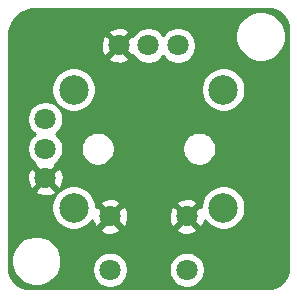
<source format=gbl>
%TF.GenerationSoftware,KiCad,Pcbnew,(5.1.6)-1*%
%TF.CreationDate,2020-06-08T02:26:39-04:00*%
%TF.ProjectId,ANALOG_STICK_BREAKOUT,414e414c-4f47-45f5-9354-49434b5f4252,rev?*%
%TF.SameCoordinates,Original*%
%TF.FileFunction,Copper,L2,Bot*%
%TF.FilePolarity,Positive*%
%FSLAX46Y46*%
G04 Gerber Fmt 4.6, Leading zero omitted, Abs format (unit mm)*
G04 Created by KiCad (PCBNEW (5.1.6)-1) date 2020-06-08 02:26:39*
%MOMM*%
%LPD*%
G01*
G04 APERTURE LIST*
%TA.AperFunction,ComponentPad*%
%ADD10C,2.500000*%
%TD*%
%TA.AperFunction,ComponentPad*%
%ADD11C,1.800000*%
%TD*%
%TA.AperFunction,Conductor*%
%ADD12C,0.254000*%
%TD*%
G04 APERTURE END LIST*
D10*
%TO.P,JOY1,MNT1*%
%TO.N,N/C*%
X116325000Y-90000000D03*
X103675000Y-80000000D03*
X116325000Y-80000000D03*
X103675000Y-90000000D03*
D11*
%TO.P,JOY1,d*%
%TO.N,Net-(J5-Pad1)*%
X106750000Y-95250000D03*
%TO.P,JOY1,b*%
X113250000Y-95250000D03*
%TO.P,JOY1,a*%
%TO.N,GND*%
X113250000Y-90750000D03*
%TO.P,JOY1,c*%
X106750000Y-90750000D03*
%TO.P,JOY1,5*%
%TO.N,Net-(J3-Pad1)*%
X110000000Y-76270000D03*
%TO.P,JOY1,4*%
%TO.N,GND*%
X107500000Y-76270000D03*
%TO.P,JOY1,6*%
%TO.N,VCC*%
X112500000Y-76270000D03*
%TO.P,JOY1,3*%
X101270000Y-82500000D03*
%TO.P,JOY1,2*%
%TO.N,Net-(J4-Pad1)*%
X101270000Y-85000000D03*
%TO.P,JOY1,1*%
%TO.N,GND*%
X101270000Y-87500000D03*
%TD*%
D12*
%TO.N,GND*%
G36*
X120356775Y-73198147D02*
G01*
X120699967Y-73301763D01*
X121016489Y-73470062D01*
X121294299Y-73696637D01*
X121522806Y-73972856D01*
X121693310Y-74288197D01*
X121799319Y-74630656D01*
X121840000Y-75017712D01*
X121840001Y-94967711D01*
X121801853Y-95356776D01*
X121698238Y-95699964D01*
X121529939Y-96016489D01*
X121303365Y-96294296D01*
X121027146Y-96522805D01*
X120711803Y-96693310D01*
X120369344Y-96799319D01*
X119982288Y-96840000D01*
X100032279Y-96840000D01*
X99643224Y-96801853D01*
X99300036Y-96698238D01*
X98983511Y-96529939D01*
X98705704Y-96303365D01*
X98477195Y-96027146D01*
X98306690Y-95711803D01*
X98200681Y-95369344D01*
X98160000Y-94982288D01*
X98160000Y-94289721D01*
X98365000Y-94289721D01*
X98365000Y-94710279D01*
X98447047Y-95122756D01*
X98607988Y-95511302D01*
X98841637Y-95860983D01*
X99139017Y-96158363D01*
X99488698Y-96392012D01*
X99877244Y-96552953D01*
X100289721Y-96635000D01*
X100710279Y-96635000D01*
X101122756Y-96552953D01*
X101511302Y-96392012D01*
X101860983Y-96158363D01*
X102158363Y-95860983D01*
X102392012Y-95511302D01*
X102552953Y-95122756D01*
X102557714Y-95098816D01*
X105215000Y-95098816D01*
X105215000Y-95401184D01*
X105273989Y-95697743D01*
X105389701Y-95977095D01*
X105557688Y-96228505D01*
X105771495Y-96442312D01*
X106022905Y-96610299D01*
X106302257Y-96726011D01*
X106598816Y-96785000D01*
X106901184Y-96785000D01*
X107197743Y-96726011D01*
X107477095Y-96610299D01*
X107728505Y-96442312D01*
X107942312Y-96228505D01*
X108110299Y-95977095D01*
X108226011Y-95697743D01*
X108285000Y-95401184D01*
X108285000Y-95098816D01*
X111715000Y-95098816D01*
X111715000Y-95401184D01*
X111773989Y-95697743D01*
X111889701Y-95977095D01*
X112057688Y-96228505D01*
X112271495Y-96442312D01*
X112522905Y-96610299D01*
X112802257Y-96726011D01*
X113098816Y-96785000D01*
X113401184Y-96785000D01*
X113697743Y-96726011D01*
X113977095Y-96610299D01*
X114228505Y-96442312D01*
X114442312Y-96228505D01*
X114610299Y-95977095D01*
X114726011Y-95697743D01*
X114785000Y-95401184D01*
X114785000Y-95098816D01*
X114726011Y-94802257D01*
X114610299Y-94522905D01*
X114442312Y-94271495D01*
X114228505Y-94057688D01*
X113977095Y-93889701D01*
X113697743Y-93773989D01*
X113401184Y-93715000D01*
X113098816Y-93715000D01*
X112802257Y-93773989D01*
X112522905Y-93889701D01*
X112271495Y-94057688D01*
X112057688Y-94271495D01*
X111889701Y-94522905D01*
X111773989Y-94802257D01*
X111715000Y-95098816D01*
X108285000Y-95098816D01*
X108226011Y-94802257D01*
X108110299Y-94522905D01*
X107942312Y-94271495D01*
X107728505Y-94057688D01*
X107477095Y-93889701D01*
X107197743Y-93773989D01*
X106901184Y-93715000D01*
X106598816Y-93715000D01*
X106302257Y-93773989D01*
X106022905Y-93889701D01*
X105771495Y-94057688D01*
X105557688Y-94271495D01*
X105389701Y-94522905D01*
X105273989Y-94802257D01*
X105215000Y-95098816D01*
X102557714Y-95098816D01*
X102635000Y-94710279D01*
X102635000Y-94289721D01*
X102552953Y-93877244D01*
X102392012Y-93488698D01*
X102158363Y-93139017D01*
X101860983Y-92841637D01*
X101511302Y-92607988D01*
X101122756Y-92447047D01*
X100710279Y-92365000D01*
X100289721Y-92365000D01*
X99877244Y-92447047D01*
X99488698Y-92607988D01*
X99139017Y-92841637D01*
X98841637Y-93139017D01*
X98607988Y-93488698D01*
X98447047Y-93877244D01*
X98365000Y-94289721D01*
X98160000Y-94289721D01*
X98160000Y-89814344D01*
X101790000Y-89814344D01*
X101790000Y-90185656D01*
X101862439Y-90549834D01*
X102004534Y-90892882D01*
X102210825Y-91201618D01*
X102473382Y-91464175D01*
X102782118Y-91670466D01*
X103125166Y-91812561D01*
X103489344Y-91885000D01*
X103860656Y-91885000D01*
X104217197Y-91814080D01*
X105865525Y-91814080D01*
X105949208Y-92068261D01*
X106221775Y-92199158D01*
X106514642Y-92274365D01*
X106816553Y-92290991D01*
X107115907Y-92248397D01*
X107401199Y-92148222D01*
X107550792Y-92068261D01*
X107634475Y-91814080D01*
X112365525Y-91814080D01*
X112449208Y-92068261D01*
X112721775Y-92199158D01*
X113014642Y-92274365D01*
X113316553Y-92290991D01*
X113615907Y-92248397D01*
X113901199Y-92148222D01*
X114050792Y-92068261D01*
X114134475Y-91814080D01*
X113250000Y-90929605D01*
X112365525Y-91814080D01*
X107634475Y-91814080D01*
X106750000Y-90929605D01*
X105865525Y-91814080D01*
X104217197Y-91814080D01*
X104224834Y-91812561D01*
X104567882Y-91670466D01*
X104876618Y-91464175D01*
X105139175Y-91201618D01*
X105241919Y-91047850D01*
X105251603Y-91115907D01*
X105351778Y-91401199D01*
X105431739Y-91550792D01*
X105685920Y-91634475D01*
X106570395Y-90750000D01*
X106929605Y-90750000D01*
X107814080Y-91634475D01*
X108068261Y-91550792D01*
X108199158Y-91278225D01*
X108274365Y-90985358D01*
X108283660Y-90816553D01*
X111709009Y-90816553D01*
X111751603Y-91115907D01*
X111851778Y-91401199D01*
X111931739Y-91550792D01*
X112185920Y-91634475D01*
X113070395Y-90750000D01*
X113429605Y-90750000D01*
X114314080Y-91634475D01*
X114568261Y-91550792D01*
X114699158Y-91278225D01*
X114758252Y-91048106D01*
X114860825Y-91201618D01*
X115123382Y-91464175D01*
X115432118Y-91670466D01*
X115775166Y-91812561D01*
X116139344Y-91885000D01*
X116510656Y-91885000D01*
X116874834Y-91812561D01*
X117217882Y-91670466D01*
X117526618Y-91464175D01*
X117789175Y-91201618D01*
X117995466Y-90892882D01*
X118137561Y-90549834D01*
X118210000Y-90185656D01*
X118210000Y-89814344D01*
X118137561Y-89450166D01*
X117995466Y-89107118D01*
X117789175Y-88798382D01*
X117526618Y-88535825D01*
X117217882Y-88329534D01*
X116874834Y-88187439D01*
X116510656Y-88115000D01*
X116139344Y-88115000D01*
X115775166Y-88187439D01*
X115432118Y-88329534D01*
X115123382Y-88535825D01*
X114860825Y-88798382D01*
X114654534Y-89107118D01*
X114512439Y-89450166D01*
X114440000Y-89814344D01*
X114440000Y-89906981D01*
X114314080Y-89865525D01*
X113429605Y-90750000D01*
X113070395Y-90750000D01*
X112185920Y-89865525D01*
X111931739Y-89949208D01*
X111800842Y-90221775D01*
X111725635Y-90514642D01*
X111709009Y-90816553D01*
X108283660Y-90816553D01*
X108290991Y-90683447D01*
X108248397Y-90384093D01*
X108148222Y-90098801D01*
X108068261Y-89949208D01*
X107814080Y-89865525D01*
X106929605Y-90750000D01*
X106570395Y-90750000D01*
X105685920Y-89865525D01*
X105560000Y-89906981D01*
X105560000Y-89814344D01*
X105534456Y-89685920D01*
X105865525Y-89685920D01*
X106750000Y-90570395D01*
X107634475Y-89685920D01*
X112365525Y-89685920D01*
X113250000Y-90570395D01*
X114134475Y-89685920D01*
X114050792Y-89431739D01*
X113778225Y-89300842D01*
X113485358Y-89225635D01*
X113183447Y-89209009D01*
X112884093Y-89251603D01*
X112598801Y-89351778D01*
X112449208Y-89431739D01*
X112365525Y-89685920D01*
X107634475Y-89685920D01*
X107550792Y-89431739D01*
X107278225Y-89300842D01*
X106985358Y-89225635D01*
X106683447Y-89209009D01*
X106384093Y-89251603D01*
X106098801Y-89351778D01*
X105949208Y-89431739D01*
X105865525Y-89685920D01*
X105534456Y-89685920D01*
X105487561Y-89450166D01*
X105345466Y-89107118D01*
X105139175Y-88798382D01*
X104876618Y-88535825D01*
X104567882Y-88329534D01*
X104224834Y-88187439D01*
X103860656Y-88115000D01*
X103489344Y-88115000D01*
X103125166Y-88187439D01*
X102782118Y-88329534D01*
X102473382Y-88535825D01*
X102210825Y-88798382D01*
X102004534Y-89107118D01*
X101862439Y-89450166D01*
X101790000Y-89814344D01*
X98160000Y-89814344D01*
X98160000Y-88564080D01*
X100385525Y-88564080D01*
X100469208Y-88818261D01*
X100741775Y-88949158D01*
X101034642Y-89024365D01*
X101336553Y-89040991D01*
X101635907Y-88998397D01*
X101921199Y-88898222D01*
X102070792Y-88818261D01*
X102154475Y-88564080D01*
X101270000Y-87679605D01*
X100385525Y-88564080D01*
X98160000Y-88564080D01*
X98160000Y-87566553D01*
X99729009Y-87566553D01*
X99771603Y-87865907D01*
X99871778Y-88151199D01*
X99951739Y-88300792D01*
X100205920Y-88384475D01*
X101090395Y-87500000D01*
X101449605Y-87500000D01*
X102334080Y-88384475D01*
X102588261Y-88300792D01*
X102719158Y-88028225D01*
X102794365Y-87735358D01*
X102810991Y-87433447D01*
X102768397Y-87134093D01*
X102668222Y-86848801D01*
X102588261Y-86699208D01*
X102334080Y-86615525D01*
X101449605Y-87500000D01*
X101090395Y-87500000D01*
X100205920Y-86615525D01*
X99951739Y-86699208D01*
X99820842Y-86971775D01*
X99745635Y-87264642D01*
X99729009Y-87566553D01*
X98160000Y-87566553D01*
X98160000Y-82348816D01*
X99735000Y-82348816D01*
X99735000Y-82651184D01*
X99793989Y-82947743D01*
X99909701Y-83227095D01*
X100077688Y-83478505D01*
X100291495Y-83692312D01*
X100377831Y-83750000D01*
X100291495Y-83807688D01*
X100077688Y-84021495D01*
X99909701Y-84272905D01*
X99793989Y-84552257D01*
X99735000Y-84848816D01*
X99735000Y-85151184D01*
X99793989Y-85447743D01*
X99909701Y-85727095D01*
X100077688Y-85978505D01*
X100291495Y-86192312D01*
X100434310Y-86287738D01*
X100385525Y-86435920D01*
X101270000Y-87320395D01*
X102154475Y-86435920D01*
X102105690Y-86287738D01*
X102248505Y-86192312D01*
X102462312Y-85978505D01*
X102630299Y-85727095D01*
X102746011Y-85447743D01*
X102805000Y-85151184D01*
X102805000Y-84858665D01*
X104265000Y-84858665D01*
X104265000Y-85141335D01*
X104320147Y-85418574D01*
X104428320Y-85679727D01*
X104585363Y-85914759D01*
X104785241Y-86114637D01*
X105020273Y-86271680D01*
X105281426Y-86379853D01*
X105558665Y-86435000D01*
X105841335Y-86435000D01*
X106118574Y-86379853D01*
X106379727Y-86271680D01*
X106614759Y-86114637D01*
X106814637Y-85914759D01*
X106971680Y-85679727D01*
X107079853Y-85418574D01*
X107135000Y-85141335D01*
X107135000Y-84858665D01*
X112865000Y-84858665D01*
X112865000Y-85141335D01*
X112920147Y-85418574D01*
X113028320Y-85679727D01*
X113185363Y-85914759D01*
X113385241Y-86114637D01*
X113620273Y-86271680D01*
X113881426Y-86379853D01*
X114158665Y-86435000D01*
X114441335Y-86435000D01*
X114718574Y-86379853D01*
X114979727Y-86271680D01*
X115214759Y-86114637D01*
X115414637Y-85914759D01*
X115571680Y-85679727D01*
X115679853Y-85418574D01*
X115735000Y-85141335D01*
X115735000Y-84858665D01*
X115679853Y-84581426D01*
X115571680Y-84320273D01*
X115414637Y-84085241D01*
X115214759Y-83885363D01*
X114979727Y-83728320D01*
X114718574Y-83620147D01*
X114441335Y-83565000D01*
X114158665Y-83565000D01*
X113881426Y-83620147D01*
X113620273Y-83728320D01*
X113385241Y-83885363D01*
X113185363Y-84085241D01*
X113028320Y-84320273D01*
X112920147Y-84581426D01*
X112865000Y-84858665D01*
X107135000Y-84858665D01*
X107079853Y-84581426D01*
X106971680Y-84320273D01*
X106814637Y-84085241D01*
X106614759Y-83885363D01*
X106379727Y-83728320D01*
X106118574Y-83620147D01*
X105841335Y-83565000D01*
X105558665Y-83565000D01*
X105281426Y-83620147D01*
X105020273Y-83728320D01*
X104785241Y-83885363D01*
X104585363Y-84085241D01*
X104428320Y-84320273D01*
X104320147Y-84581426D01*
X104265000Y-84858665D01*
X102805000Y-84858665D01*
X102805000Y-84848816D01*
X102746011Y-84552257D01*
X102630299Y-84272905D01*
X102462312Y-84021495D01*
X102248505Y-83807688D01*
X102162169Y-83750000D01*
X102248505Y-83692312D01*
X102462312Y-83478505D01*
X102630299Y-83227095D01*
X102746011Y-82947743D01*
X102805000Y-82651184D01*
X102805000Y-82348816D01*
X102746011Y-82052257D01*
X102630299Y-81772905D01*
X102462312Y-81521495D01*
X102248505Y-81307688D01*
X101997095Y-81139701D01*
X101717743Y-81023989D01*
X101421184Y-80965000D01*
X101118816Y-80965000D01*
X100822257Y-81023989D01*
X100542905Y-81139701D01*
X100291495Y-81307688D01*
X100077688Y-81521495D01*
X99909701Y-81772905D01*
X99793989Y-82052257D01*
X99735000Y-82348816D01*
X98160000Y-82348816D01*
X98160000Y-79814344D01*
X101790000Y-79814344D01*
X101790000Y-80185656D01*
X101862439Y-80549834D01*
X102004534Y-80892882D01*
X102210825Y-81201618D01*
X102473382Y-81464175D01*
X102782118Y-81670466D01*
X103125166Y-81812561D01*
X103489344Y-81885000D01*
X103860656Y-81885000D01*
X104224834Y-81812561D01*
X104567882Y-81670466D01*
X104876618Y-81464175D01*
X105139175Y-81201618D01*
X105345466Y-80892882D01*
X105487561Y-80549834D01*
X105560000Y-80185656D01*
X105560000Y-79814344D01*
X114440000Y-79814344D01*
X114440000Y-80185656D01*
X114512439Y-80549834D01*
X114654534Y-80892882D01*
X114860825Y-81201618D01*
X115123382Y-81464175D01*
X115432118Y-81670466D01*
X115775166Y-81812561D01*
X116139344Y-81885000D01*
X116510656Y-81885000D01*
X116874834Y-81812561D01*
X117217882Y-81670466D01*
X117526618Y-81464175D01*
X117789175Y-81201618D01*
X117995466Y-80892882D01*
X118137561Y-80549834D01*
X118210000Y-80185656D01*
X118210000Y-79814344D01*
X118137561Y-79450166D01*
X117995466Y-79107118D01*
X117789175Y-78798382D01*
X117526618Y-78535825D01*
X117217882Y-78329534D01*
X116874834Y-78187439D01*
X116510656Y-78115000D01*
X116139344Y-78115000D01*
X115775166Y-78187439D01*
X115432118Y-78329534D01*
X115123382Y-78535825D01*
X114860825Y-78798382D01*
X114654534Y-79107118D01*
X114512439Y-79450166D01*
X114440000Y-79814344D01*
X105560000Y-79814344D01*
X105487561Y-79450166D01*
X105345466Y-79107118D01*
X105139175Y-78798382D01*
X104876618Y-78535825D01*
X104567882Y-78329534D01*
X104224834Y-78187439D01*
X103860656Y-78115000D01*
X103489344Y-78115000D01*
X103125166Y-78187439D01*
X102782118Y-78329534D01*
X102473382Y-78535825D01*
X102210825Y-78798382D01*
X102004534Y-79107118D01*
X101862439Y-79450166D01*
X101790000Y-79814344D01*
X98160000Y-79814344D01*
X98160000Y-77334080D01*
X106615525Y-77334080D01*
X106699208Y-77588261D01*
X106971775Y-77719158D01*
X107264642Y-77794365D01*
X107566553Y-77810991D01*
X107865907Y-77768397D01*
X108151199Y-77668222D01*
X108300792Y-77588261D01*
X108384475Y-77334080D01*
X107500000Y-76449605D01*
X106615525Y-77334080D01*
X98160000Y-77334080D01*
X98160000Y-76336553D01*
X105959009Y-76336553D01*
X106001603Y-76635907D01*
X106101778Y-76921199D01*
X106181739Y-77070792D01*
X106435920Y-77154475D01*
X107320395Y-76270000D01*
X107679605Y-76270000D01*
X108564080Y-77154475D01*
X108712262Y-77105690D01*
X108807688Y-77248505D01*
X109021495Y-77462312D01*
X109272905Y-77630299D01*
X109552257Y-77746011D01*
X109848816Y-77805000D01*
X110151184Y-77805000D01*
X110447743Y-77746011D01*
X110727095Y-77630299D01*
X110978505Y-77462312D01*
X111192312Y-77248505D01*
X111250000Y-77162169D01*
X111307688Y-77248505D01*
X111521495Y-77462312D01*
X111772905Y-77630299D01*
X112052257Y-77746011D01*
X112348816Y-77805000D01*
X112651184Y-77805000D01*
X112947743Y-77746011D01*
X113227095Y-77630299D01*
X113478505Y-77462312D01*
X113692312Y-77248505D01*
X113860299Y-76997095D01*
X113976011Y-76717743D01*
X114035000Y-76421184D01*
X114035000Y-76118816D01*
X113976011Y-75822257D01*
X113860299Y-75542905D01*
X113692312Y-75291495D01*
X113690538Y-75289721D01*
X117365000Y-75289721D01*
X117365000Y-75710279D01*
X117447047Y-76122756D01*
X117607988Y-76511302D01*
X117841637Y-76860983D01*
X118139017Y-77158363D01*
X118488698Y-77392012D01*
X118877244Y-77552953D01*
X119289721Y-77635000D01*
X119710279Y-77635000D01*
X120122756Y-77552953D01*
X120511302Y-77392012D01*
X120860983Y-77158363D01*
X121158363Y-76860983D01*
X121392012Y-76511302D01*
X121552953Y-76122756D01*
X121635000Y-75710279D01*
X121635000Y-75289721D01*
X121552953Y-74877244D01*
X121392012Y-74488698D01*
X121158363Y-74139017D01*
X120860983Y-73841637D01*
X120511302Y-73607988D01*
X120122756Y-73447047D01*
X119710279Y-73365000D01*
X119289721Y-73365000D01*
X118877244Y-73447047D01*
X118488698Y-73607988D01*
X118139017Y-73841637D01*
X117841637Y-74139017D01*
X117607988Y-74488698D01*
X117447047Y-74877244D01*
X117365000Y-75289721D01*
X113690538Y-75289721D01*
X113478505Y-75077688D01*
X113227095Y-74909701D01*
X112947743Y-74793989D01*
X112651184Y-74735000D01*
X112348816Y-74735000D01*
X112052257Y-74793989D01*
X111772905Y-74909701D01*
X111521495Y-75077688D01*
X111307688Y-75291495D01*
X111250000Y-75377831D01*
X111192312Y-75291495D01*
X110978505Y-75077688D01*
X110727095Y-74909701D01*
X110447743Y-74793989D01*
X110151184Y-74735000D01*
X109848816Y-74735000D01*
X109552257Y-74793989D01*
X109272905Y-74909701D01*
X109021495Y-75077688D01*
X108807688Y-75291495D01*
X108712262Y-75434310D01*
X108564080Y-75385525D01*
X107679605Y-76270000D01*
X107320395Y-76270000D01*
X106435920Y-75385525D01*
X106181739Y-75469208D01*
X106050842Y-75741775D01*
X105975635Y-76034642D01*
X105959009Y-76336553D01*
X98160000Y-76336553D01*
X98160000Y-75532279D01*
X98192000Y-75205920D01*
X106615525Y-75205920D01*
X107500000Y-76090395D01*
X108384475Y-75205920D01*
X108300792Y-74951739D01*
X108028225Y-74820842D01*
X107735358Y-74745635D01*
X107433447Y-74729009D01*
X107134093Y-74771603D01*
X106848801Y-74871778D01*
X106699208Y-74951739D01*
X106615525Y-75205920D01*
X98192000Y-75205920D01*
X98207670Y-75046107D01*
X98339489Y-74609502D01*
X98553600Y-74206815D01*
X98841848Y-73853388D01*
X99193261Y-73562673D01*
X99594439Y-73345758D01*
X100030113Y-73210894D01*
X100514344Y-73160000D01*
X119967721Y-73160000D01*
X120356775Y-73198147D01*
G37*
X120356775Y-73198147D02*
X120699967Y-73301763D01*
X121016489Y-73470062D01*
X121294299Y-73696637D01*
X121522806Y-73972856D01*
X121693310Y-74288197D01*
X121799319Y-74630656D01*
X121840000Y-75017712D01*
X121840001Y-94967711D01*
X121801853Y-95356776D01*
X121698238Y-95699964D01*
X121529939Y-96016489D01*
X121303365Y-96294296D01*
X121027146Y-96522805D01*
X120711803Y-96693310D01*
X120369344Y-96799319D01*
X119982288Y-96840000D01*
X100032279Y-96840000D01*
X99643224Y-96801853D01*
X99300036Y-96698238D01*
X98983511Y-96529939D01*
X98705704Y-96303365D01*
X98477195Y-96027146D01*
X98306690Y-95711803D01*
X98200681Y-95369344D01*
X98160000Y-94982288D01*
X98160000Y-94289721D01*
X98365000Y-94289721D01*
X98365000Y-94710279D01*
X98447047Y-95122756D01*
X98607988Y-95511302D01*
X98841637Y-95860983D01*
X99139017Y-96158363D01*
X99488698Y-96392012D01*
X99877244Y-96552953D01*
X100289721Y-96635000D01*
X100710279Y-96635000D01*
X101122756Y-96552953D01*
X101511302Y-96392012D01*
X101860983Y-96158363D01*
X102158363Y-95860983D01*
X102392012Y-95511302D01*
X102552953Y-95122756D01*
X102557714Y-95098816D01*
X105215000Y-95098816D01*
X105215000Y-95401184D01*
X105273989Y-95697743D01*
X105389701Y-95977095D01*
X105557688Y-96228505D01*
X105771495Y-96442312D01*
X106022905Y-96610299D01*
X106302257Y-96726011D01*
X106598816Y-96785000D01*
X106901184Y-96785000D01*
X107197743Y-96726011D01*
X107477095Y-96610299D01*
X107728505Y-96442312D01*
X107942312Y-96228505D01*
X108110299Y-95977095D01*
X108226011Y-95697743D01*
X108285000Y-95401184D01*
X108285000Y-95098816D01*
X111715000Y-95098816D01*
X111715000Y-95401184D01*
X111773989Y-95697743D01*
X111889701Y-95977095D01*
X112057688Y-96228505D01*
X112271495Y-96442312D01*
X112522905Y-96610299D01*
X112802257Y-96726011D01*
X113098816Y-96785000D01*
X113401184Y-96785000D01*
X113697743Y-96726011D01*
X113977095Y-96610299D01*
X114228505Y-96442312D01*
X114442312Y-96228505D01*
X114610299Y-95977095D01*
X114726011Y-95697743D01*
X114785000Y-95401184D01*
X114785000Y-95098816D01*
X114726011Y-94802257D01*
X114610299Y-94522905D01*
X114442312Y-94271495D01*
X114228505Y-94057688D01*
X113977095Y-93889701D01*
X113697743Y-93773989D01*
X113401184Y-93715000D01*
X113098816Y-93715000D01*
X112802257Y-93773989D01*
X112522905Y-93889701D01*
X112271495Y-94057688D01*
X112057688Y-94271495D01*
X111889701Y-94522905D01*
X111773989Y-94802257D01*
X111715000Y-95098816D01*
X108285000Y-95098816D01*
X108226011Y-94802257D01*
X108110299Y-94522905D01*
X107942312Y-94271495D01*
X107728505Y-94057688D01*
X107477095Y-93889701D01*
X107197743Y-93773989D01*
X106901184Y-93715000D01*
X106598816Y-93715000D01*
X106302257Y-93773989D01*
X106022905Y-93889701D01*
X105771495Y-94057688D01*
X105557688Y-94271495D01*
X105389701Y-94522905D01*
X105273989Y-94802257D01*
X105215000Y-95098816D01*
X102557714Y-95098816D01*
X102635000Y-94710279D01*
X102635000Y-94289721D01*
X102552953Y-93877244D01*
X102392012Y-93488698D01*
X102158363Y-93139017D01*
X101860983Y-92841637D01*
X101511302Y-92607988D01*
X101122756Y-92447047D01*
X100710279Y-92365000D01*
X100289721Y-92365000D01*
X99877244Y-92447047D01*
X99488698Y-92607988D01*
X99139017Y-92841637D01*
X98841637Y-93139017D01*
X98607988Y-93488698D01*
X98447047Y-93877244D01*
X98365000Y-94289721D01*
X98160000Y-94289721D01*
X98160000Y-89814344D01*
X101790000Y-89814344D01*
X101790000Y-90185656D01*
X101862439Y-90549834D01*
X102004534Y-90892882D01*
X102210825Y-91201618D01*
X102473382Y-91464175D01*
X102782118Y-91670466D01*
X103125166Y-91812561D01*
X103489344Y-91885000D01*
X103860656Y-91885000D01*
X104217197Y-91814080D01*
X105865525Y-91814080D01*
X105949208Y-92068261D01*
X106221775Y-92199158D01*
X106514642Y-92274365D01*
X106816553Y-92290991D01*
X107115907Y-92248397D01*
X107401199Y-92148222D01*
X107550792Y-92068261D01*
X107634475Y-91814080D01*
X112365525Y-91814080D01*
X112449208Y-92068261D01*
X112721775Y-92199158D01*
X113014642Y-92274365D01*
X113316553Y-92290991D01*
X113615907Y-92248397D01*
X113901199Y-92148222D01*
X114050792Y-92068261D01*
X114134475Y-91814080D01*
X113250000Y-90929605D01*
X112365525Y-91814080D01*
X107634475Y-91814080D01*
X106750000Y-90929605D01*
X105865525Y-91814080D01*
X104217197Y-91814080D01*
X104224834Y-91812561D01*
X104567882Y-91670466D01*
X104876618Y-91464175D01*
X105139175Y-91201618D01*
X105241919Y-91047850D01*
X105251603Y-91115907D01*
X105351778Y-91401199D01*
X105431739Y-91550792D01*
X105685920Y-91634475D01*
X106570395Y-90750000D01*
X106929605Y-90750000D01*
X107814080Y-91634475D01*
X108068261Y-91550792D01*
X108199158Y-91278225D01*
X108274365Y-90985358D01*
X108283660Y-90816553D01*
X111709009Y-90816553D01*
X111751603Y-91115907D01*
X111851778Y-91401199D01*
X111931739Y-91550792D01*
X112185920Y-91634475D01*
X113070395Y-90750000D01*
X113429605Y-90750000D01*
X114314080Y-91634475D01*
X114568261Y-91550792D01*
X114699158Y-91278225D01*
X114758252Y-91048106D01*
X114860825Y-91201618D01*
X115123382Y-91464175D01*
X115432118Y-91670466D01*
X115775166Y-91812561D01*
X116139344Y-91885000D01*
X116510656Y-91885000D01*
X116874834Y-91812561D01*
X117217882Y-91670466D01*
X117526618Y-91464175D01*
X117789175Y-91201618D01*
X117995466Y-90892882D01*
X118137561Y-90549834D01*
X118210000Y-90185656D01*
X118210000Y-89814344D01*
X118137561Y-89450166D01*
X117995466Y-89107118D01*
X117789175Y-88798382D01*
X117526618Y-88535825D01*
X117217882Y-88329534D01*
X116874834Y-88187439D01*
X116510656Y-88115000D01*
X116139344Y-88115000D01*
X115775166Y-88187439D01*
X115432118Y-88329534D01*
X115123382Y-88535825D01*
X114860825Y-88798382D01*
X114654534Y-89107118D01*
X114512439Y-89450166D01*
X114440000Y-89814344D01*
X114440000Y-89906981D01*
X114314080Y-89865525D01*
X113429605Y-90750000D01*
X113070395Y-90750000D01*
X112185920Y-89865525D01*
X111931739Y-89949208D01*
X111800842Y-90221775D01*
X111725635Y-90514642D01*
X111709009Y-90816553D01*
X108283660Y-90816553D01*
X108290991Y-90683447D01*
X108248397Y-90384093D01*
X108148222Y-90098801D01*
X108068261Y-89949208D01*
X107814080Y-89865525D01*
X106929605Y-90750000D01*
X106570395Y-90750000D01*
X105685920Y-89865525D01*
X105560000Y-89906981D01*
X105560000Y-89814344D01*
X105534456Y-89685920D01*
X105865525Y-89685920D01*
X106750000Y-90570395D01*
X107634475Y-89685920D01*
X112365525Y-89685920D01*
X113250000Y-90570395D01*
X114134475Y-89685920D01*
X114050792Y-89431739D01*
X113778225Y-89300842D01*
X113485358Y-89225635D01*
X113183447Y-89209009D01*
X112884093Y-89251603D01*
X112598801Y-89351778D01*
X112449208Y-89431739D01*
X112365525Y-89685920D01*
X107634475Y-89685920D01*
X107550792Y-89431739D01*
X107278225Y-89300842D01*
X106985358Y-89225635D01*
X106683447Y-89209009D01*
X106384093Y-89251603D01*
X106098801Y-89351778D01*
X105949208Y-89431739D01*
X105865525Y-89685920D01*
X105534456Y-89685920D01*
X105487561Y-89450166D01*
X105345466Y-89107118D01*
X105139175Y-88798382D01*
X104876618Y-88535825D01*
X104567882Y-88329534D01*
X104224834Y-88187439D01*
X103860656Y-88115000D01*
X103489344Y-88115000D01*
X103125166Y-88187439D01*
X102782118Y-88329534D01*
X102473382Y-88535825D01*
X102210825Y-88798382D01*
X102004534Y-89107118D01*
X101862439Y-89450166D01*
X101790000Y-89814344D01*
X98160000Y-89814344D01*
X98160000Y-88564080D01*
X100385525Y-88564080D01*
X100469208Y-88818261D01*
X100741775Y-88949158D01*
X101034642Y-89024365D01*
X101336553Y-89040991D01*
X101635907Y-88998397D01*
X101921199Y-88898222D01*
X102070792Y-88818261D01*
X102154475Y-88564080D01*
X101270000Y-87679605D01*
X100385525Y-88564080D01*
X98160000Y-88564080D01*
X98160000Y-87566553D01*
X99729009Y-87566553D01*
X99771603Y-87865907D01*
X99871778Y-88151199D01*
X99951739Y-88300792D01*
X100205920Y-88384475D01*
X101090395Y-87500000D01*
X101449605Y-87500000D01*
X102334080Y-88384475D01*
X102588261Y-88300792D01*
X102719158Y-88028225D01*
X102794365Y-87735358D01*
X102810991Y-87433447D01*
X102768397Y-87134093D01*
X102668222Y-86848801D01*
X102588261Y-86699208D01*
X102334080Y-86615525D01*
X101449605Y-87500000D01*
X101090395Y-87500000D01*
X100205920Y-86615525D01*
X99951739Y-86699208D01*
X99820842Y-86971775D01*
X99745635Y-87264642D01*
X99729009Y-87566553D01*
X98160000Y-87566553D01*
X98160000Y-82348816D01*
X99735000Y-82348816D01*
X99735000Y-82651184D01*
X99793989Y-82947743D01*
X99909701Y-83227095D01*
X100077688Y-83478505D01*
X100291495Y-83692312D01*
X100377831Y-83750000D01*
X100291495Y-83807688D01*
X100077688Y-84021495D01*
X99909701Y-84272905D01*
X99793989Y-84552257D01*
X99735000Y-84848816D01*
X99735000Y-85151184D01*
X99793989Y-85447743D01*
X99909701Y-85727095D01*
X100077688Y-85978505D01*
X100291495Y-86192312D01*
X100434310Y-86287738D01*
X100385525Y-86435920D01*
X101270000Y-87320395D01*
X102154475Y-86435920D01*
X102105690Y-86287738D01*
X102248505Y-86192312D01*
X102462312Y-85978505D01*
X102630299Y-85727095D01*
X102746011Y-85447743D01*
X102805000Y-85151184D01*
X102805000Y-84858665D01*
X104265000Y-84858665D01*
X104265000Y-85141335D01*
X104320147Y-85418574D01*
X104428320Y-85679727D01*
X104585363Y-85914759D01*
X104785241Y-86114637D01*
X105020273Y-86271680D01*
X105281426Y-86379853D01*
X105558665Y-86435000D01*
X105841335Y-86435000D01*
X106118574Y-86379853D01*
X106379727Y-86271680D01*
X106614759Y-86114637D01*
X106814637Y-85914759D01*
X106971680Y-85679727D01*
X107079853Y-85418574D01*
X107135000Y-85141335D01*
X107135000Y-84858665D01*
X112865000Y-84858665D01*
X112865000Y-85141335D01*
X112920147Y-85418574D01*
X113028320Y-85679727D01*
X113185363Y-85914759D01*
X113385241Y-86114637D01*
X113620273Y-86271680D01*
X113881426Y-86379853D01*
X114158665Y-86435000D01*
X114441335Y-86435000D01*
X114718574Y-86379853D01*
X114979727Y-86271680D01*
X115214759Y-86114637D01*
X115414637Y-85914759D01*
X115571680Y-85679727D01*
X115679853Y-85418574D01*
X115735000Y-85141335D01*
X115735000Y-84858665D01*
X115679853Y-84581426D01*
X115571680Y-84320273D01*
X115414637Y-84085241D01*
X115214759Y-83885363D01*
X114979727Y-83728320D01*
X114718574Y-83620147D01*
X114441335Y-83565000D01*
X114158665Y-83565000D01*
X113881426Y-83620147D01*
X113620273Y-83728320D01*
X113385241Y-83885363D01*
X113185363Y-84085241D01*
X113028320Y-84320273D01*
X112920147Y-84581426D01*
X112865000Y-84858665D01*
X107135000Y-84858665D01*
X107079853Y-84581426D01*
X106971680Y-84320273D01*
X106814637Y-84085241D01*
X106614759Y-83885363D01*
X106379727Y-83728320D01*
X106118574Y-83620147D01*
X105841335Y-83565000D01*
X105558665Y-83565000D01*
X105281426Y-83620147D01*
X105020273Y-83728320D01*
X104785241Y-83885363D01*
X104585363Y-84085241D01*
X104428320Y-84320273D01*
X104320147Y-84581426D01*
X104265000Y-84858665D01*
X102805000Y-84858665D01*
X102805000Y-84848816D01*
X102746011Y-84552257D01*
X102630299Y-84272905D01*
X102462312Y-84021495D01*
X102248505Y-83807688D01*
X102162169Y-83750000D01*
X102248505Y-83692312D01*
X102462312Y-83478505D01*
X102630299Y-83227095D01*
X102746011Y-82947743D01*
X102805000Y-82651184D01*
X102805000Y-82348816D01*
X102746011Y-82052257D01*
X102630299Y-81772905D01*
X102462312Y-81521495D01*
X102248505Y-81307688D01*
X101997095Y-81139701D01*
X101717743Y-81023989D01*
X101421184Y-80965000D01*
X101118816Y-80965000D01*
X100822257Y-81023989D01*
X100542905Y-81139701D01*
X100291495Y-81307688D01*
X100077688Y-81521495D01*
X99909701Y-81772905D01*
X99793989Y-82052257D01*
X99735000Y-82348816D01*
X98160000Y-82348816D01*
X98160000Y-79814344D01*
X101790000Y-79814344D01*
X101790000Y-80185656D01*
X101862439Y-80549834D01*
X102004534Y-80892882D01*
X102210825Y-81201618D01*
X102473382Y-81464175D01*
X102782118Y-81670466D01*
X103125166Y-81812561D01*
X103489344Y-81885000D01*
X103860656Y-81885000D01*
X104224834Y-81812561D01*
X104567882Y-81670466D01*
X104876618Y-81464175D01*
X105139175Y-81201618D01*
X105345466Y-80892882D01*
X105487561Y-80549834D01*
X105560000Y-80185656D01*
X105560000Y-79814344D01*
X114440000Y-79814344D01*
X114440000Y-80185656D01*
X114512439Y-80549834D01*
X114654534Y-80892882D01*
X114860825Y-81201618D01*
X115123382Y-81464175D01*
X115432118Y-81670466D01*
X115775166Y-81812561D01*
X116139344Y-81885000D01*
X116510656Y-81885000D01*
X116874834Y-81812561D01*
X117217882Y-81670466D01*
X117526618Y-81464175D01*
X117789175Y-81201618D01*
X117995466Y-80892882D01*
X118137561Y-80549834D01*
X118210000Y-80185656D01*
X118210000Y-79814344D01*
X118137561Y-79450166D01*
X117995466Y-79107118D01*
X117789175Y-78798382D01*
X117526618Y-78535825D01*
X117217882Y-78329534D01*
X116874834Y-78187439D01*
X116510656Y-78115000D01*
X116139344Y-78115000D01*
X115775166Y-78187439D01*
X115432118Y-78329534D01*
X115123382Y-78535825D01*
X114860825Y-78798382D01*
X114654534Y-79107118D01*
X114512439Y-79450166D01*
X114440000Y-79814344D01*
X105560000Y-79814344D01*
X105487561Y-79450166D01*
X105345466Y-79107118D01*
X105139175Y-78798382D01*
X104876618Y-78535825D01*
X104567882Y-78329534D01*
X104224834Y-78187439D01*
X103860656Y-78115000D01*
X103489344Y-78115000D01*
X103125166Y-78187439D01*
X102782118Y-78329534D01*
X102473382Y-78535825D01*
X102210825Y-78798382D01*
X102004534Y-79107118D01*
X101862439Y-79450166D01*
X101790000Y-79814344D01*
X98160000Y-79814344D01*
X98160000Y-77334080D01*
X106615525Y-77334080D01*
X106699208Y-77588261D01*
X106971775Y-77719158D01*
X107264642Y-77794365D01*
X107566553Y-77810991D01*
X107865907Y-77768397D01*
X108151199Y-77668222D01*
X108300792Y-77588261D01*
X108384475Y-77334080D01*
X107500000Y-76449605D01*
X106615525Y-77334080D01*
X98160000Y-77334080D01*
X98160000Y-76336553D01*
X105959009Y-76336553D01*
X106001603Y-76635907D01*
X106101778Y-76921199D01*
X106181739Y-77070792D01*
X106435920Y-77154475D01*
X107320395Y-76270000D01*
X107679605Y-76270000D01*
X108564080Y-77154475D01*
X108712262Y-77105690D01*
X108807688Y-77248505D01*
X109021495Y-77462312D01*
X109272905Y-77630299D01*
X109552257Y-77746011D01*
X109848816Y-77805000D01*
X110151184Y-77805000D01*
X110447743Y-77746011D01*
X110727095Y-77630299D01*
X110978505Y-77462312D01*
X111192312Y-77248505D01*
X111250000Y-77162169D01*
X111307688Y-77248505D01*
X111521495Y-77462312D01*
X111772905Y-77630299D01*
X112052257Y-77746011D01*
X112348816Y-77805000D01*
X112651184Y-77805000D01*
X112947743Y-77746011D01*
X113227095Y-77630299D01*
X113478505Y-77462312D01*
X113692312Y-77248505D01*
X113860299Y-76997095D01*
X113976011Y-76717743D01*
X114035000Y-76421184D01*
X114035000Y-76118816D01*
X113976011Y-75822257D01*
X113860299Y-75542905D01*
X113692312Y-75291495D01*
X113690538Y-75289721D01*
X117365000Y-75289721D01*
X117365000Y-75710279D01*
X117447047Y-76122756D01*
X117607988Y-76511302D01*
X117841637Y-76860983D01*
X118139017Y-77158363D01*
X118488698Y-77392012D01*
X118877244Y-77552953D01*
X119289721Y-77635000D01*
X119710279Y-77635000D01*
X120122756Y-77552953D01*
X120511302Y-77392012D01*
X120860983Y-77158363D01*
X121158363Y-76860983D01*
X121392012Y-76511302D01*
X121552953Y-76122756D01*
X121635000Y-75710279D01*
X121635000Y-75289721D01*
X121552953Y-74877244D01*
X121392012Y-74488698D01*
X121158363Y-74139017D01*
X120860983Y-73841637D01*
X120511302Y-73607988D01*
X120122756Y-73447047D01*
X119710279Y-73365000D01*
X119289721Y-73365000D01*
X118877244Y-73447047D01*
X118488698Y-73607988D01*
X118139017Y-73841637D01*
X117841637Y-74139017D01*
X117607988Y-74488698D01*
X117447047Y-74877244D01*
X117365000Y-75289721D01*
X113690538Y-75289721D01*
X113478505Y-75077688D01*
X113227095Y-74909701D01*
X112947743Y-74793989D01*
X112651184Y-74735000D01*
X112348816Y-74735000D01*
X112052257Y-74793989D01*
X111772905Y-74909701D01*
X111521495Y-75077688D01*
X111307688Y-75291495D01*
X111250000Y-75377831D01*
X111192312Y-75291495D01*
X110978505Y-75077688D01*
X110727095Y-74909701D01*
X110447743Y-74793989D01*
X110151184Y-74735000D01*
X109848816Y-74735000D01*
X109552257Y-74793989D01*
X109272905Y-74909701D01*
X109021495Y-75077688D01*
X108807688Y-75291495D01*
X108712262Y-75434310D01*
X108564080Y-75385525D01*
X107679605Y-76270000D01*
X107320395Y-76270000D01*
X106435920Y-75385525D01*
X106181739Y-75469208D01*
X106050842Y-75741775D01*
X105975635Y-76034642D01*
X105959009Y-76336553D01*
X98160000Y-76336553D01*
X98160000Y-75532279D01*
X98192000Y-75205920D01*
X106615525Y-75205920D01*
X107500000Y-76090395D01*
X108384475Y-75205920D01*
X108300792Y-74951739D01*
X108028225Y-74820842D01*
X107735358Y-74745635D01*
X107433447Y-74729009D01*
X107134093Y-74771603D01*
X106848801Y-74871778D01*
X106699208Y-74951739D01*
X106615525Y-75205920D01*
X98192000Y-75205920D01*
X98207670Y-75046107D01*
X98339489Y-74609502D01*
X98553600Y-74206815D01*
X98841848Y-73853388D01*
X99193261Y-73562673D01*
X99594439Y-73345758D01*
X100030113Y-73210894D01*
X100514344Y-73160000D01*
X119967721Y-73160000D01*
X120356775Y-73198147D01*
%TD*%
M02*

</source>
